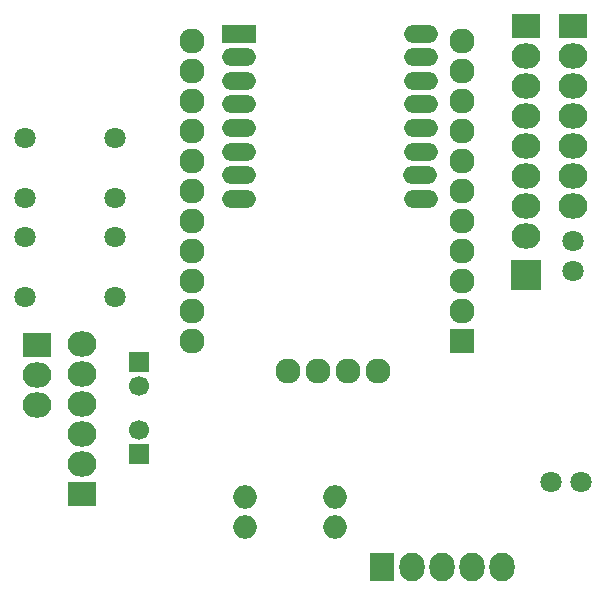
<source format=gbr>
G04 #@! TF.FileFunction,Soldermask,Bot*
%FSLAX46Y46*%
G04 Gerber Fmt 4.6, Leading zero omitted, Abs format (unit mm)*
G04 Created by KiCad (PCBNEW (2015-08-08 BZR 6073)-product) date Wed 19 Aug 2015 12:39:56 CEST*
%MOMM*%
G01*
G04 APERTURE LIST*
%ADD10C,0.100000*%
%ADD11R,2.432000X2.127200*%
%ADD12O,2.432000X2.127200*%
%ADD13C,1.797000*%
%ADD14O,2.000000X2.000000*%
%ADD15R,2.900000X1.500000*%
%ADD16O,2.900000X1.500000*%
%ADD17R,2.127200X2.127200*%
%ADD18C,2.127200*%
%ADD19R,1.700000X1.700000*%
%ADD20C,1.700000*%
%ADD21R,2.127200X2.432000*%
%ADD22O,2.127200X2.432000*%
%ADD23R,2.635200X2.635200*%
G04 APERTURE END LIST*
D10*
D11*
X63800000Y-32000000D03*
D12*
X63800000Y-34540000D03*
X63800000Y-37080000D03*
X63800000Y-39620000D03*
X63800000Y-42160000D03*
X63800000Y-44700000D03*
X63800000Y-47240000D03*
X63800000Y-49780000D03*
D11*
X67800000Y-32000000D03*
D12*
X67800000Y-34540000D03*
X67800000Y-37080000D03*
X67800000Y-39620000D03*
X67800000Y-42160000D03*
X67800000Y-44700000D03*
X67800000Y-47240000D03*
D11*
X22400000Y-59000000D03*
D12*
X22400000Y-61540000D03*
X22400000Y-64080000D03*
D11*
X26200000Y-71600000D03*
D12*
X26200000Y-69060000D03*
X26200000Y-66520000D03*
X26200000Y-63980000D03*
X26200000Y-61440000D03*
X26200000Y-58900000D03*
D13*
X21390000Y-54940000D03*
X21390000Y-49860000D03*
X29010000Y-54940000D03*
X29010000Y-49860000D03*
X29010000Y-41460000D03*
X29010000Y-46540000D03*
X21390000Y-41460000D03*
X21390000Y-46540000D03*
D14*
X40000000Y-71800000D03*
X40000000Y-74340000D03*
X47620000Y-74340000D03*
X47620000Y-71800000D03*
D15*
X39500000Y-32600000D03*
D16*
X39500000Y-34600000D03*
X39500000Y-36600000D03*
X39500000Y-38600000D03*
X39500000Y-40600000D03*
X39500000Y-42600000D03*
X39500000Y-44600000D03*
X39500000Y-46600000D03*
X54900000Y-46600000D03*
X54800000Y-44600000D03*
X54900000Y-42600000D03*
X54900000Y-40600000D03*
X54900000Y-38600000D03*
X54900000Y-36600000D03*
X54900000Y-34600000D03*
X54900000Y-32600000D03*
D17*
X58400000Y-58600000D03*
D18*
X58400000Y-56060000D03*
X58400000Y-53520000D03*
X58400000Y-50980000D03*
X58400000Y-48440000D03*
X58400000Y-45900000D03*
X58400000Y-43360000D03*
X58400000Y-40820000D03*
X58400000Y-38280000D03*
X58400000Y-35740000D03*
X58400000Y-33200000D03*
X35540000Y-33200000D03*
X35540000Y-35740000D03*
X35540000Y-38280000D03*
X35540000Y-40820000D03*
X35540000Y-43360000D03*
X35540000Y-45900000D03*
X35540000Y-48440000D03*
X35540000Y-50980000D03*
X35540000Y-53520000D03*
X35540000Y-56060000D03*
X35540000Y-58600000D03*
X43668000Y-61140000D03*
X46208000Y-61140000D03*
X48748000Y-61140000D03*
X51288000Y-61140000D03*
D13*
X68470000Y-70600000D03*
X65930000Y-70600000D03*
X67800000Y-52670000D03*
X67800000Y-50130000D03*
D19*
X31000000Y-60400000D03*
D20*
X31000000Y-62400000D03*
D19*
X31000000Y-68200000D03*
D20*
X31000000Y-66200000D03*
D21*
X51600000Y-77800000D03*
D22*
X54140000Y-77800000D03*
X56680000Y-77800000D03*
X59220000Y-77800000D03*
X61760000Y-77800000D03*
D23*
X63800000Y-53000000D03*
M02*

</source>
